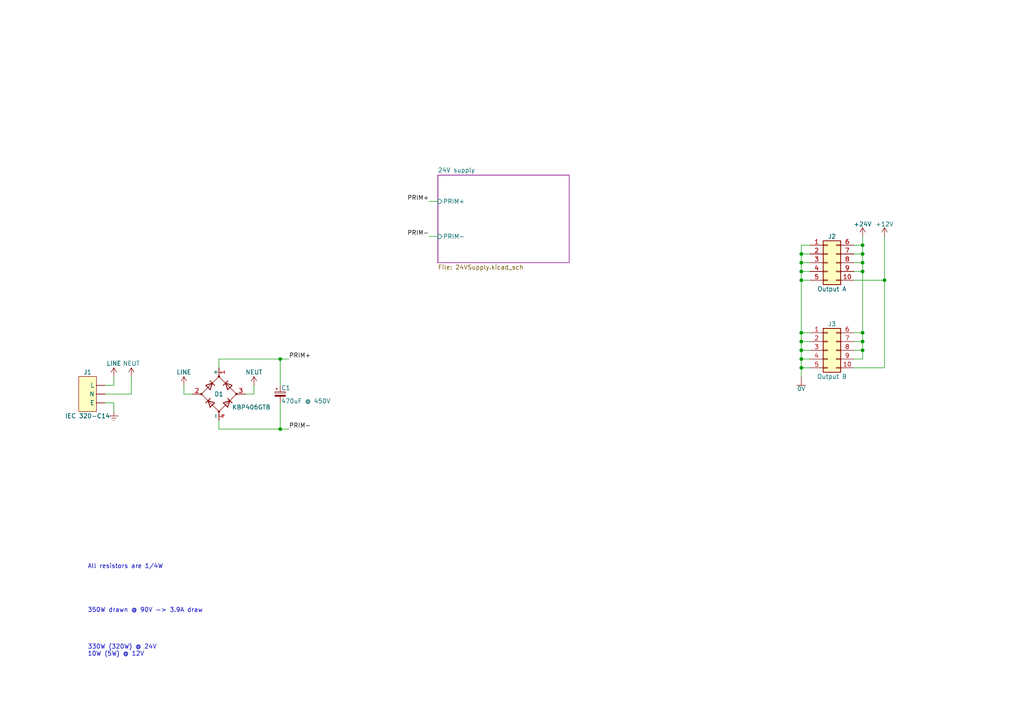
<source format=kicad_sch>
(kicad_sch (version 20211123) (generator eeschema)
  (paper "A4")
  (lib_symbols
    (symbol "Connector_Generic:Conn_02x05_Top_Bottom" (pin_names (offset 1.016) hide)
      (property "Reference" "J" (at 1.27 7.62 0))
      (property "Value" "Conn_02x05_Top_Bottom" (at 1.27 -7.62 0))
      (symbol "Conn_02x05_Top_Bottom_1_1"
        (rectangle (start -1.27 -4.953) (end 0 -5.207) (stroke (width 0.1524)))
        (rectangle (start -1.27 -2.413) (end 0 -2.667) (stroke (width 0.1524)))
        (rectangle (start -1.27 0.127) (end 0 -0.127) (stroke (width 0.1524)))
        (rectangle (start -1.27 2.667) (end 0 2.413) (stroke (width 0.1524)))
        (rectangle (start -1.27 5.207) (end 0 4.953) (stroke (width 0.1524)))
        (rectangle (start -1.27 6.35) (end 3.81 -6.35) (stroke (width 0.254)) (fill (type background)))
        (rectangle (start 3.81 -4.953) (end 2.54 -5.207) (stroke (width 0.1524)))
        (rectangle (start 3.81 -2.413) (end 2.54 -2.667) (stroke (width 0.1524)))
        (rectangle (start 3.81 0.127) (end 2.54 -0.127) (stroke (width 0.1524)))
        (rectangle (start 3.81 2.667) (end 2.54 2.413) (stroke (width 0.1524)))
        (rectangle (start 3.81 5.207) (end 2.54 4.953) (stroke (width 0.1524)))
        (pin passive line (at -5.08 5.08 0) (length 3.81) (name "Pin_1") (number "1"))
        (pin passive line (at 7.62 -5.08 180) (length 3.81) (name "Pin_10") (number "10"))
        (pin passive line (at -5.08 2.54 0) (length 3.81) (name "Pin_2") (number "2"))
        (pin passive line (at -5.08 0 0) (length 3.81) (name "Pin_3") (number "3"))
        (pin passive line (at -5.08 -2.54 0) (length 3.81) (name "Pin_4") (number "4"))
        (pin passive line (at -5.08 -5.08 0) (length 3.81) (name "Pin_5") (number "5"))
        (pin passive line (at 7.62 5.08 180) (length 3.81) (name "Pin_6") (number "6"))
        (pin passive line (at 7.62 2.54 180) (length 3.81) (name "Pin_7") (number "7"))
        (pin passive line (at 7.62 0 180) (length 3.81) (name "Pin_8") (number "8"))
        (pin passive line (at 7.62 -2.54 180) (length 3.81) (name "Pin_9") (number "9"))
      )
    )
    (symbol "DX-MON:IEC 320-C14" (pin_numbers hide)
      (property "Reference" "J" (at 0 6.35 0))
      (property "Value" "IEC 320-C14" (at 0 -6.35 0))
      (symbol "IEC 320-C14_0_1"
        (rectangle (start 2.54 5.08) (end -2.54 -5.08) (stroke (width 0.1524)) (fill (type background)))
      )
      (symbol "IEC 320-C14_1_1"
        (pin power_out line (at 5.08 -2.54 180) (length 2.54) (name "E") (number "E"))
        (pin power_out line (at 5.08 2.54 180) (length 2.54) (name "L") (number "L"))
        (pin power_out line (at 5.08 0 180) (length 2.54) (name "N") (number "N"))
      )
    )
    (symbol "DX_MON:0V" (power) (pin_names (offset 0))
      (property "Value" "0V" (at 0 -2.794 0))
      (symbol "0V_0_1"
        (polyline (pts (xy 0 -2.54) (xy -1.27 -2.54)))
        (polyline (pts (xy 1.27 -2.54) (xy 0 -2.54)))
      )
      (symbol "0V_1_1"
        (polyline (pts (xy 0 -2.54) (xy 0 0)))
        (pin power_in line (at 0 0 270) (length 0) hide (name "0V") (number "1"))
      )
    )
    (symbol "Device:C_Polarized_Small" (pin_numbers hide) (pin_names (offset 0.254) hide)
      (property "Reference" "C" (at 0.254 1.778 0))
      (property "Value" "C_Polarized_Small" (at 0.254 -2.032 0))
      (symbol "C_Polarized_Small_0_1"
        (rectangle (start -1.524 -0.3048) (end 1.524 -0.6858) (fill (type outline)))
        (rectangle (start -1.524 0.6858) (end 1.524 0.3048))
        (polyline (pts (xy -1.27 1.524) (xy -0.762 1.524)))
        (polyline (pts (xy -1.016 1.27) (xy -1.016 1.778)))
      )
      (symbol "C_Polarized_Small_1_1"
        (pin passive line (at 0 2.54 270) (length 1.8542) (name "~") (number "1"))
        (pin passive line (at 0 -2.54 90) (length 1.8542) (name "~") (number "2"))
      )
    )
    (symbol "Device:D_Bridge_+AA-" (pin_names (offset 0))
      (property "Reference" "D" (at 2.54 6.985 0))
      (property "Value" "D_Bridge_+AA-" (at 2.54 5.08 0))
      (symbol "D_Bridge_+AA-_0_1"
        (circle (center -5.08 0) (radius 0.254) (fill (type outline)))
        (circle (center 0 -5.08) (radius 0.254) (fill (type outline)))
        (polyline (pts (xy -2.54 3.81) (xy -1.27 2.54)) (stroke (width 0.254)))
        (polyline (pts (xy -1.27 -2.54) (xy -2.54 -3.81)) (stroke (width 0.254)))
        (polyline (pts (xy 2.54 -1.27) (xy 3.81 -2.54)) (stroke (width 0.254)))
        (polyline (pts (xy 2.54 1.27) (xy 3.81 2.54)) (stroke (width 0.254)))
        (polyline (pts (xy -3.81 2.54) (xy -2.54 1.27) (xy -1.905 3.175) (xy -3.81 2.54)) (stroke (width 0.254)))
        (polyline (pts (xy -2.54 -1.27) (xy -3.81 -2.54) (xy -1.905 -3.175) (xy -2.54 -1.27)) (stroke (width 0.254)))
        (polyline (pts (xy 1.27 2.54) (xy 2.54 3.81) (xy 3.175 1.905) (xy 1.27 2.54)) (stroke (width 0.254)))
        (polyline (pts (xy 3.175 -1.905) (xy 1.27 -2.54) (xy 2.54 -3.81) (xy 3.175 -1.905)) (stroke (width 0.254)))
        (polyline (pts (xy -5.08 0) (xy 0 -5.08) (xy 5.08 0) (xy 0 5.08) (xy -5.08 0)))
        (circle (center 0 5.08) (radius 0.254) (fill (type outline)))
        (circle (center 5.08 0) (radius 0.254) (fill (type outline)))
      )
      (symbol "D_Bridge_+AA-_1_1"
        (pin passive line (at 7.62 0 180) (length 2.54) (name "+") (number "1"))
        (pin passive line (at 0 7.62 270) (length 2.54) (name "~") (number "2"))
        (pin passive line (at 0 -7.62 90) (length 2.54) (name "~") (number "3"))
        (pin passive line (at -7.62 0 0) (length 2.54) (name "-") (number "4"))
      )
    )
    (symbol "power:+12V" (power) (pin_names (offset 0))
      (property "Value" "+12V" (at 0 3.556 0))
      (symbol "+12V_0_1"
        (polyline (pts (xy -0.762 1.27) (xy 0 2.54)))
        (polyline (pts (xy 0 0) (xy 0 2.54)))
        (polyline (pts (xy 0 2.54) (xy 0.762 1.27)))
      )
      (symbol "+12V_1_1"
        (pin power_in line (at 0 0 90) (length 0) hide (name "+12V") (number "1"))
      )
    )
    (symbol "power:+24V" (power) (pin_names (offset 0))
      (property "Value" "+24V" (at 0 3.556 0))
      (symbol "+24V_0_1"
        (polyline (pts (xy -0.762 1.27) (xy 0 2.54)))
        (polyline (pts (xy 0 0) (xy 0 2.54)))
        (polyline (pts (xy 0 2.54) (xy 0.762 1.27)))
      )
      (symbol "+24V_1_1"
        (pin power_in line (at 0 0 90) (length 0) hide (name "+24V") (number "1"))
      )
    )
    (symbol "power:Earth" (power) (pin_names (offset 0))
      (symbol "Earth_0_1"
        (polyline (pts (xy -0.635 -1.905) (xy 0.635 -1.905)))
        (polyline (pts (xy -0.127 -2.54) (xy 0.127 -2.54)))
        (polyline (pts (xy 0 -1.27) (xy 0 0)))
        (polyline (pts (xy 1.27 -1.27) (xy -1.27 -1.27)))
      )
      (symbol "Earth_1_1"
        (pin power_in line (at 0 0 270) (length 0) hide (name "Earth") (number "1"))
      )
    )
    (symbol "power:LINE" (power) (pin_names (offset 0))
      (property "Value" "LINE" (at 0 3.81 0))
      (symbol "LINE_0_1"
        (polyline (pts (xy -0.762 1.27) (xy 0 2.54)))
        (polyline (pts (xy 0 0) (xy 0 2.54)))
        (polyline (pts (xy 0 2.54) (xy 0.762 1.27)))
      )
      (symbol "LINE_1_1"
        (pin power_in line (at 0 0 90) (length 0) hide (name "LINE") (number "1"))
      )
    )
    (symbol "power:NEUT" (power) (pin_names (offset 0))
      (property "Value" "NEUT" (at 0 3.81 0))
      (symbol "NEUT_0_1"
        (polyline (pts (xy -0.762 1.27) (xy 0 2.54)))
        (polyline (pts (xy 0 0) (xy 0 2.54)))
        (polyline (pts (xy 0 2.54) (xy 0.762 1.27)))
      )
      (symbol "NEUT_1_1"
        (pin power_in line (at 0 0 90) (length 0) hide (name "NEUT") (number "1"))
      )
    )
  )
  (junction (at 81.28 104.14))
  (junction (at 232.41 78.74))
  (junction (at 250.19 76.2))
  (junction (at 250.19 99.06))
  (junction (at 232.41 96.52))
  (junction (at 256.54 81.28))
  (junction (at 81.28 124.46))
  (junction (at 232.41 106.68))
  (junction (at 250.19 96.52))
  (junction (at 232.41 81.28))
  (junction (at 232.41 104.14))
  (junction (at 232.41 76.2))
  (junction (at 232.41 101.6))
  (junction (at 250.19 101.6))
  (junction (at 250.19 71.12))
  (junction (at 232.41 99.06))
  (junction (at 250.19 73.66))
  (junction (at 250.19 78.74))
  (junction (at 232.41 73.66))
  (wire (pts (xy 250.19 104.14) (xy 250.19 101.6)))
  (wire (pts (xy 232.41 96.52) (xy 232.41 99.06)))
  (wire (pts (xy 247.65 73.66) (xy 250.19 73.66)))
  (wire (pts (xy 234.95 73.66) (xy 232.41 73.66)))
  (wire (pts (xy 83.82 124.46) (xy 81.28 124.46)))
  (wire (pts (xy 33.02 116.84) (xy 33.02 119.38)))
  (wire (pts (xy 234.95 101.6) (xy 232.41 101.6)))
  (wire (pts (xy 234.95 81.28) (xy 232.41 81.28)))
  (wire (pts (xy 232.41 78.74) (xy 232.41 81.28)))
  (wire (pts (xy 250.19 101.6) (xy 250.19 99.06)))
  (wire (pts (xy 234.95 106.68) (xy 232.41 106.68)))
  (wire (pts (xy 232.41 99.06) (xy 232.41 101.6)))
  (wire (pts (xy 250.19 96.52) (xy 250.19 78.74)))
  (wire (pts (xy 63.5 121.92) (xy 63.5 124.46)))
  (wire (pts (xy 53.34 111.76) (xy 53.34 114.3)))
  (wire (pts (xy 247.65 99.06) (xy 250.19 99.06)))
  (wire (pts (xy 63.5 124.46) (xy 81.28 124.46)))
  (wire (pts (xy 234.95 96.52) (xy 232.41 96.52)))
  (wire (pts (xy 232.41 101.6) (xy 232.41 104.14)))
  (wire (pts (xy 30.48 114.3) (xy 38.1 114.3)))
  (wire (pts (xy 234.95 76.2) (xy 232.41 76.2)))
  (wire (pts (xy 256.54 81.28) (xy 256.54 68.58)))
  (wire (pts (xy 71.12 114.3) (xy 73.66 114.3)))
  (wire (pts (xy 250.19 99.06) (xy 250.19 96.52)))
  (wire (pts (xy 232.41 81.28) (xy 232.41 96.52)))
  (wire (pts (xy 247.65 76.2) (xy 250.19 76.2)))
  (wire (pts (xy 83.82 104.14) (xy 81.28 104.14)))
  (wire (pts (xy 232.41 76.2) (xy 232.41 78.74)))
  (wire (pts (xy 250.19 78.74) (xy 250.19 76.2)))
  (wire (pts (xy 234.95 99.06) (xy 232.41 99.06)))
  (wire (pts (xy 33.02 111.76) (xy 30.48 111.76)))
  (wire (pts (xy 232.41 73.66) (xy 232.41 76.2)))
  (wire (pts (xy 30.48 116.84) (xy 33.02 116.84)))
  (wire (pts (xy 247.65 81.28) (xy 256.54 81.28)))
  (wire (pts (xy 124.46 68.58) (xy 127 68.58)))
  (wire (pts (xy 234.95 71.12) (xy 232.41 71.12)))
  (wire (pts (xy 81.28 124.46) (xy 81.28 116.84)))
  (wire (pts (xy 247.65 96.52) (xy 250.19 96.52)))
  (wire (pts (xy 232.41 104.14) (xy 232.41 106.68)))
  (wire (pts (xy 234.95 104.14) (xy 232.41 104.14)))
  (wire (pts (xy 63.5 104.14) (xy 63.5 106.68)))
  (wire (pts (xy 73.66 114.3) (xy 73.66 111.76)))
  (wire (pts (xy 250.19 73.66) (xy 250.19 71.12)))
  (wire (pts (xy 247.65 101.6) (xy 250.19 101.6)))
  (wire (pts (xy 250.19 71.12) (xy 247.65 71.12)))
  (wire (pts (xy 247.65 106.68) (xy 256.54 106.68)))
  (wire (pts (xy 247.65 104.14) (xy 250.19 104.14)))
  (wire (pts (xy 53.34 114.3) (xy 55.88 114.3)))
  (wire (pts (xy 232.41 71.12) (xy 232.41 73.66)))
  (wire (pts (xy 63.5 104.14) (xy 81.28 104.14)))
  (wire (pts (xy 33.02 109.22) (xy 33.02 111.76)))
  (wire (pts (xy 38.1 114.3) (xy 38.1 109.22)))
  (wire (pts (xy 234.95 78.74) (xy 232.41 78.74)))
  (wire (pts (xy 250.19 68.58) (xy 250.19 71.12)))
  (wire (pts (xy 232.41 106.68) (xy 232.41 109.22)))
  (wire (pts (xy 250.19 76.2) (xy 250.19 73.66)))
  (wire (pts (xy 247.65 78.74) (xy 250.19 78.74)))
  (wire (pts (xy 81.28 104.14) (xy 81.28 111.76)))
  (wire (pts (xy 256.54 106.68) (xy 256.54 81.28)))
  (wire (pts (xy 124.46 58.42) (xy 127 58.42)))
  (text "All resistors are 1/4W" (at 25.4 165.1 0) (effects (font (size 1.27 1.27)) (justify left bottom)))
  (text "330W (320W) @ 24V\n10W (5W) @ 12V" (at 25.4 190.5 0) (effects (font (size 1.27 1.27)) (justify left bottom)))
  (text "350W drawn @ 90V -> 3.9A draw" (at 25.4 177.8 0) (effects (font (size 1.27 1.27)) (justify left bottom)))
  (label "PRIM+" (at 83.82 104.14 0))
  (label "PRIM-" (at 124.46 68.58 180))
  (label "PRIM-" (at 83.82 124.46 0))
  (label "PRIM+" (at 124.46 58.42 180))
  (symbol (lib_id "DX_MON:0V") (at 232.41 109.22 0) (unit 1)
    (property "Reference" "#PWR06" (effects hide))
    (property "Value" "0V" (at 232.41 112.014 0) (effects (justify top)))
  )
  (symbol (lib_id "power:NEUT") (at 73.66 111.76 0) (unit 1)
    (property "Reference" "#PWR05" (effects hide))
    (property "Value" "NEUT" (at 73.66 107.95 0))
  )
  (symbol (lib_id "Connector_Generic:Conn_02x05_Top_Bottom") (at 240.03 76.2 0) (unit 1)
    (property "Reference" "J2" (at 241.3 68.58 0))
    (property "Value" "Output A" (at 241.3 83.82 0))
    (property "Footprint" "rhais_connector-molex:39-30-1101" (effects hide))
  )
  (symbol (lib_id "power:LINE") (at 53.34 111.76 0) (unit 1)
    (property "Reference" "#PWR04" (effects hide))
    (property "Value" "LINE" (at 53.34 107.95 0))
  )
  (symbol (lib_id "power:+12V") (at 256.54 68.58 0) (unit 1)
    (property "Reference" "#PWR08" (effects hide))
    (property "Value" "+12V" (at 256.54 65.024 0))
  )
  (symbol (lib_id "power:Earth") (at 33.02 119.38 0) (unit 1)
    (property "Reference" "#PWR02" (effects hide))
    (property "Value" "Earth" (effects hide))
  )
  (symbol (lib_id "power:LINE") (at 33.02 109.22 0) (unit 1)
    (property "Reference" "#PWR01" (effects hide))
    (property "Value" "LINE" (at 33.02 105.41 0))
  )
  (symbol (lib_id "power:NEUT") (at 38.1 109.22 0) (unit 1)
    (property "Reference" "#PWR03" (effects hide))
    (property "Value" "NEUT" (at 38.1 105.41 0))
  )
  (symbol (lib_id "Device:D_Bridge_+AA-") (at 63.5 114.3 90) (unit 1)
    (property "Reference" "D1" (at 63.5 114.3 90))
    (property "Value" "KBP406GTB" (at 67.31 118.11 90) (effects (justify right)))
    (property "Footprint" "rhais_diode:Diode_Bridge_Vishay_KBPM" (effects hide))
  )
  (symbol (lib_id "Device:C_Polarized_Small") (at 81.28 114.3 0) (unit 1)
    (property "Reference" "C1" (at 81.534 112.522 0) (effects (justify left)))
    (property "Value" "470uF @ 450V" (at 81.534 116.332 0) (effects (justify left)))
    (property "Footprint" "rhais_rcl:CP_Radial_D25.0mm_P10.00mm_SnapIn" (effects hide))
  )
  (symbol (lib_id "Connector_Generic:Conn_02x05_Top_Bottom") (at 240.03 101.6 0) (unit 1)
    (property "Reference" "J3" (at 241.3 93.98 0))
    (property "Value" "Output B" (at 241.3 109.22 0))
    (property "Footprint" "rhais_connector-molex:39-30-1101" (effects hide))
  )
  (symbol (lib_id "DX-MON:IEC 320-C14") (at 25.4 114.3 0) (unit 1)
    (property "Reference" "J1" (at 25.4 107.95 0))
    (property "Value" "IEC 320-C14" (at 25.4 120.65 0))
    (property "Footprint" "rhais_connector-iec:Schuter-5120.5073.0" (effects hide))
    (property "Datasheet" "https://us.schurter.com/en/datasheet/typ_5120.pdf" (effects hide))
    (property "MFR" "Schurter" (effects hide))
    (property "MPN" "5120.5073.0" (effects hide))
    (property "OC_DIGIKEY" "486-6407-ND" (effects hide))
    (property "URL_DIGIKEY" "https://www.digikey.com/en/products/detail/schurter-inc/5120-5073-0/2646765" (effects hide))
  )
  (symbol (lib_id "power:+24V") (at 250.19 68.58 0) (unit 1)
    (property "Reference" "#PWR07" (effects hide))
    (property "Value" "+24V" (at 250.19 65.024 0))
  )
  (sheet (at 127 50.8) (size 38.1 25.4) (stroke (width 0.1524) (color 132 0 132 1)) (fill (color 255 255 255 0.0000))
    (property "Sheet name" "24V supply" (at 127 50.0884 0) (effects (justify left bottom)))
    (property "Sheet file" "24VSupply.kicad_sch" (at 127 76.7846 0) (effects (justify left top)))
    (pin "PRIM+" input (at 127 58.42 180))
    (pin "PRIM-" input (at 127 68.58 180))
  )
)
</source>
